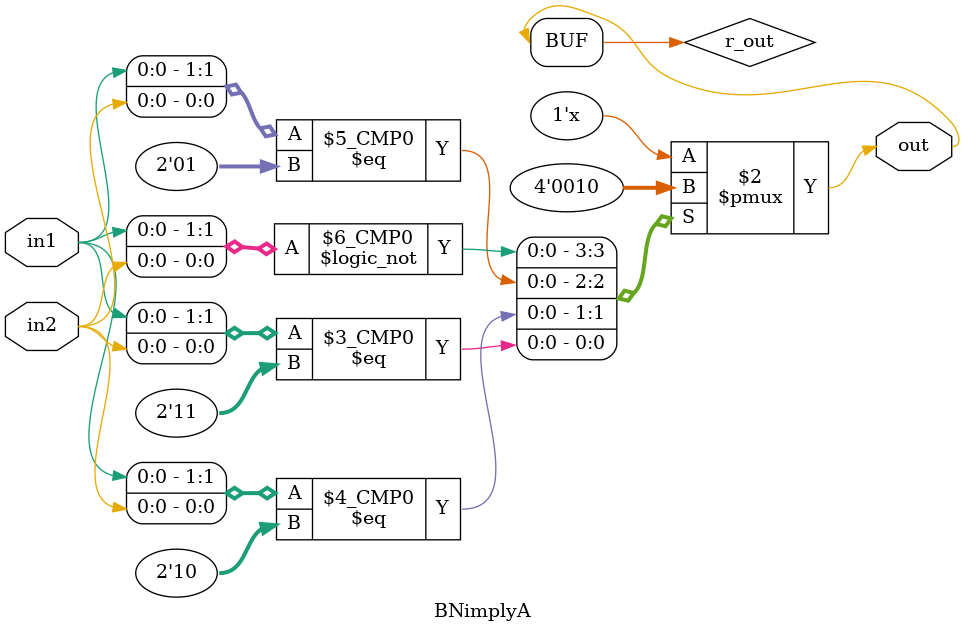
<source format=v>
module BNimplyA(output out, input in1, in2);
  reg r_out;
  assign out = r_out;
  always@(in1, in2)
    begin
      case({in1,in2})
        2'b00: out = 1'b0;
        2'b01: out = 1'b0;
        2'b10: out = 1'b1;
        2'b11: out = 1'b0;
        default: out = 1'b0;
      endcase
    end
endmodule

</source>
